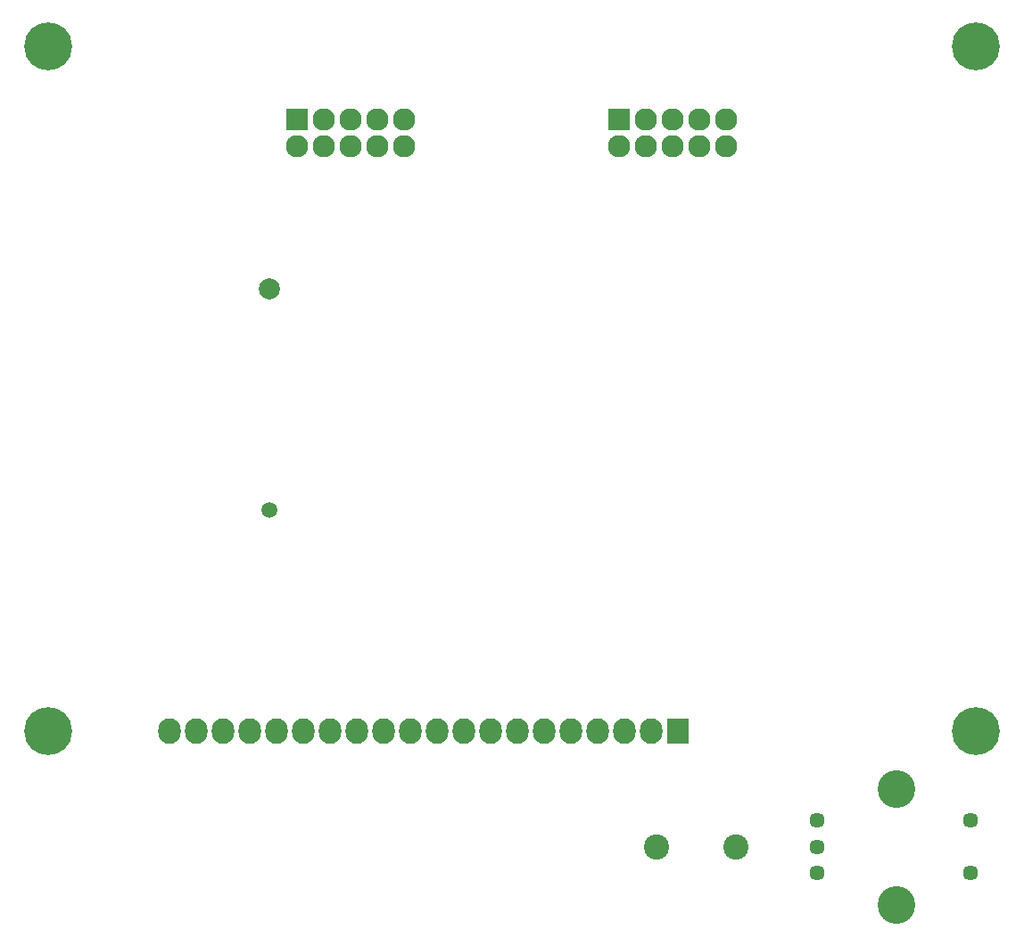
<source format=gts>
G04 #@! TF.GenerationSoftware,KiCad,Pcbnew,(2016-12-15 revision b13c7e4)-master*
G04 #@! TF.CreationDate,2017-03-13T07:50:40-06:00*
G04 #@! TF.ProjectId,GLCD,474C43442E6B696361645F7063620000,0.7*
G04 #@! TF.FileFunction,Soldermask,Top*
G04 #@! TF.FilePolarity,Negative*
%FSLAX46Y46*%
G04 Gerber Fmt 4.6, Leading zero omitted, Abs format (unit mm)*
G04 Created by KiCad (PCBNEW (2016-12-15 revision b13c7e4)-master) date Mon Mar 13 07:50:40 2017*
%MOMM*%
%LPD*%
G01*
G04 APERTURE LIST*
%ADD10C,0.100000*%
%ADD11C,1.450000*%
%ADD12C,3.575000*%
%ADD13C,2.000200*%
%ADD14C,1.492200*%
%ADD15O,2.127200X2.432000*%
%ADD16R,2.127200X2.432000*%
%ADD17O,2.127200X2.127200*%
%ADD18R,2.127200X2.127200*%
%ADD19C,4.550000*%
%ADD20C,2.400000*%
G04 APERTURE END LIST*
D10*
D11*
X172500000Y-129000000D03*
X172500000Y-131500000D03*
X172500000Y-134000000D03*
D12*
X180000000Y-126000000D03*
X180000000Y-137000000D03*
D11*
X187000000Y-134000000D03*
X187000000Y-129000000D03*
D13*
X120449080Y-78500400D03*
D14*
X120449080Y-99501120D03*
D15*
X110990000Y-120500000D03*
X113530000Y-120500000D03*
X116070000Y-120500000D03*
X118610000Y-120500000D03*
X121150000Y-120500000D03*
X123690000Y-120500000D03*
X126230000Y-120500000D03*
X128770000Y-120500000D03*
X131310000Y-120500000D03*
X133850000Y-120500000D03*
X136390000Y-120500000D03*
X138930000Y-120500000D03*
X141470000Y-120500000D03*
X144010000Y-120500000D03*
X146550000Y-120500000D03*
X149090000Y-120500000D03*
X151630000Y-120500000D03*
X154170000Y-120500000D03*
X156710000Y-120500000D03*
D16*
X159250000Y-120500000D03*
D17*
X133300000Y-65000000D03*
X133300000Y-62460000D03*
X130760000Y-65000000D03*
X130760000Y-62460000D03*
X128220000Y-65000000D03*
X128220000Y-62460000D03*
X125680000Y-65000000D03*
X125680000Y-62460000D03*
X123140000Y-65000000D03*
D18*
X123140000Y-62460000D03*
D19*
X99500000Y-55500000D03*
X187500000Y-120500000D03*
X99500000Y-120500000D03*
D20*
X164799840Y-131500000D03*
X157200160Y-131500000D03*
D19*
X187500000Y-55500000D03*
D17*
X163800000Y-65000000D03*
X163800000Y-62460000D03*
X161260000Y-65000000D03*
X161260000Y-62460000D03*
X158720000Y-65000000D03*
X158720000Y-62460000D03*
X156180000Y-65000000D03*
X156180000Y-62460000D03*
X153640000Y-65000000D03*
D18*
X153640000Y-62460000D03*
M02*

</source>
